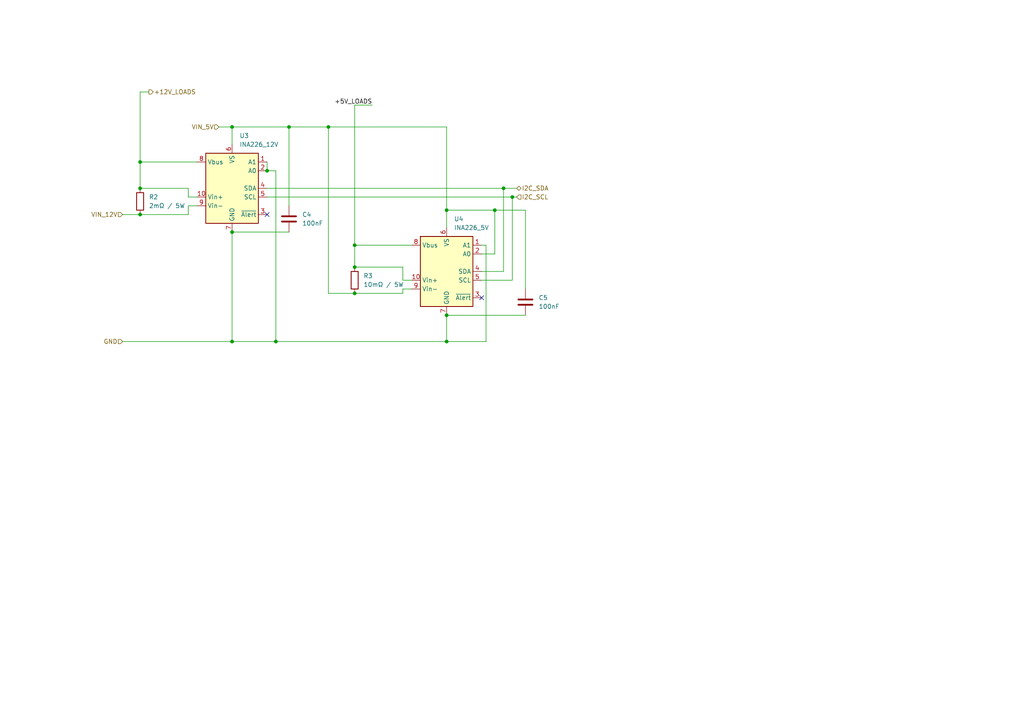
<source format=kicad_sch>
(kicad_sch (version 20250114) (generator "eeschema") (generator_version "9.0")
  (paper "A4")
  (title_block (title "Van Onboard Computer") (date "2025-11-30") (rev "1.0"))
  (lib_symbols
    (symbol "Device:C" (pin_numbers (hide yes)) (pin_names (offset 0.254))
      (property "Reference" "C" (at 0.635 2.54 0))
      (property "Value" "C" (at 0.635 -2.54 0))
      (symbol "C_0_1"
        (polyline (pts (xy -2.032 0.762) (xy 2.032 0.762)) (stroke (width 0.508)))
        (polyline (pts (xy -2.032 -0.762) (xy 2.032 -0.762)) (stroke (width 0.508)))
      )
      (symbol "C_1_1"
        (pin passive line (at 0 3.81 270) (length 2.794) (name "~") (number "1"))
        (pin passive line (at 0 -3.81 90) (length 2.794) (name "~") (number "2"))
      )
    )
    (symbol "Device:R" (pin_numbers (hide yes)) (pin_names (offset 0))
      (property "Reference" "R" (at 2.032 0 90))
      (property "Value" "R" (at 0 0 90))
      (symbol "R_0_1"
        (rectangle (start -1.016 -2.54) (end 1.016 2.54) (stroke (width 0.254)))
      )
      (symbol "R_1_1"
        (pin passive line (at 0 3.81 270) (length 1.27) (name "~") (number "1"))
        (pin passive line (at 0 -3.81 90) (length 1.27) (name "~") (number "2"))
      )
    )
    (symbol "Sensor_Energy:INA226"
      (property "Reference" "U" (at -6.35 11.43 0))
      (property "Value" "INA226" (at 3.81 11.43 0))
      (symbol "INA226_0_1"
        (rectangle (start 7.62 10.16) (end -7.62 -10.16) (stroke (width 0.254)) (fill (type background)))
      )
      (symbol "INA226_1_1"
        (pin input line (at -10.16 7.62 0) (length 2.54) (name "Vbus") (number "8"))
        (pin input line (at -10.16 -2.54 0) (length 2.54) (name "Vin+") (number "10"))
        (pin input line (at -10.16 -5.08 0) (length 2.54) (name "Vin-") (number "9"))
        (pin power_in line (at 0 12.7 270) (length 2.54) (name "VS") (number "6"))
        (pin power_in line (at 0 -12.7 90) (length 2.54) (name "GND") (number "7"))
        (pin input line (at 10.16 7.62 180) (length 2.54) (name "A1") (number "1"))
        (pin input line (at 10.16 5.08 180) (length 2.54) (name "A0") (number "2"))
        (pin bidirectional line (at 10.16 0 180) (length 2.54) (name "SDA") (number "4"))
        (pin input line (at 10.16 -2.54 180) (length 2.54) (name "SCL") (number "5"))
        (pin open_collector line (at 10.16 -7.62 180) (length 2.54) (name "~{Alert}") (number "3"))
      )
    )
  )
  (junction (at 80.01 99.06))
  (junction (at 95.25 36.83))
  (junction (at 40.64 54.61))
  (junction (at 67.31 67.31))
  (junction (at 143.51 60.96))
  (junction (at 67.31 36.83))
  (junction (at 129.54 91.44))
  (junction (at 148.59 57.15))
  (junction (at 129.54 99.06))
  (junction (at 83.82 36.83))
  (junction (at 77.47 49.53))
  (junction (at 102.87 71.12))
  (junction (at 146.05 54.61))
  (junction (at 102.87 85.09))
  (junction (at 40.64 46.99))
  (junction (at 67.31 99.06))
  (junction (at 40.64 62.23))
  (junction (at 102.87 77.47))
  (junction (at 129.54 60.96))
  (no_connect (at 77.47 62.23))
  (no_connect (at 139.7 86.36))
  (wire (pts (xy 152.4 83.82) (xy 152.4 60.96)))
  (wire (pts (xy 143.51 60.96) (xy 152.4 60.96)))
  (wire (pts (xy 143.51 60.96) (xy 129.54 60.96)))
  (wire (pts (xy 54.61 57.15) (xy 57.15 57.15)))
  (wire (pts (xy 146.05 54.61) (xy 146.05 78.74)))
  (wire (pts (xy 54.61 54.61) (xy 54.61 57.15)))
  (wire (pts (xy 140.97 99.06) (xy 140.97 71.12)))
  (wire (pts (xy 116.84 81.28) (xy 119.38 81.28)))
  (wire (pts (xy 67.31 99.06) (xy 35.56 99.06)))
  (wire (pts (xy 63.5 36.83) (xy 67.31 36.83)))
  (wire (pts (xy 129.54 60.96) (xy 129.54 36.83)))
  (wire (pts (xy 67.31 99.06) (xy 80.01 99.06)))
  (wire (pts (xy 116.84 85.09) (xy 116.84 83.82)))
  (wire (pts (xy 129.54 91.44) (xy 152.4 91.44)))
  (wire (pts (xy 80.01 49.53) (xy 80.01 99.06)))
  (wire (pts (xy 102.87 71.12) (xy 119.38 71.12)))
  (wire (pts (xy 83.82 36.83) (xy 83.82 59.69)))
  (wire (pts (xy 143.51 73.66) (xy 143.51 60.96)))
  (wire (pts (xy 140.97 71.12) (xy 139.7 71.12)))
  (wire (pts (xy 77.47 49.53) (xy 80.01 49.53)))
  (wire (pts (xy 80.01 99.06) (xy 129.54 99.06)))
  (wire (pts (xy 102.87 77.47) (xy 116.84 77.47)))
  (wire (pts (xy 148.59 81.28) (xy 139.7 81.28)))
  (wire (pts (xy 35.56 62.23) (xy 40.64 62.23)))
  (wire (pts (xy 77.47 57.15) (xy 148.59 57.15)))
  (wire (pts (xy 102.87 85.09) (xy 116.84 85.09)))
  (wire (pts (xy 40.64 26.67) (xy 43.18 26.67)))
  (wire (pts (xy 83.82 36.83) (xy 67.31 36.83)))
  (wire (pts (xy 129.54 99.06) (xy 140.97 99.06)))
  (wire (pts (xy 102.87 30.48) (xy 107.95 30.48)))
  (wire (pts (xy 77.47 54.61) (xy 146.05 54.61)))
  (wire (pts (xy 40.64 54.61) (xy 54.61 54.61)))
  (wire (pts (xy 116.84 83.82) (xy 119.38 83.82)))
  (wire (pts (xy 149.86 57.15) (xy 148.59 57.15)))
  (wire (pts (xy 77.47 46.99) (xy 77.47 49.53)))
  (wire (pts (xy 67.31 67.31) (xy 67.31 99.06)))
  (wire (pts (xy 95.25 36.83) (xy 129.54 36.83)))
  (wire (pts (xy 129.54 91.44) (xy 129.54 99.06)))
  (wire (pts (xy 83.82 36.83) (xy 95.25 36.83)))
  (wire (pts (xy 67.31 67.31) (xy 83.82 67.31)))
  (wire (pts (xy 40.64 54.61) (xy 40.64 46.99)))
  (wire (pts (xy 95.25 85.09) (xy 102.87 85.09)))
  (wire (pts (xy 54.61 59.69) (xy 57.15 59.69)))
  (wire (pts (xy 102.87 77.47) (xy 102.87 71.12)))
  (wire (pts (xy 102.87 71.12) (xy 102.87 30.48)))
  (wire (pts (xy 129.54 66.04) (xy 129.54 60.96)))
  (wire (pts (xy 146.05 78.74) (xy 139.7 78.74)))
  (wire (pts (xy 116.84 77.47) (xy 116.84 81.28)))
  (wire (pts (xy 146.05 54.61) (xy 149.86 54.61)))
  (wire (pts (xy 54.61 62.23) (xy 54.61 59.69)))
  (wire (pts (xy 95.25 36.83) (xy 95.25 85.09)))
  (wire (pts (xy 148.59 57.15) (xy 148.59 81.28)))
  (wire (pts (xy 139.7 73.66) (xy 143.51 73.66)))
  (wire (pts (xy 40.64 62.23) (xy 54.61 62.23)))
  (wire (pts (xy 67.31 36.83) (xy 67.31 41.91)))
  (wire (pts (xy 40.64 46.99) (xy 40.64 26.67)))
  (wire (pts (xy 40.64 46.99) (xy 57.15 46.99)))
  (label "+5V_LOADS" (at 107.95 30.48 180))
  (hierarchical_label "GND" (shape input) (at 35.56 99.06 180))
  (hierarchical_label "I2C_SCL" (shape input) (at 149.86 57.15 0))
  (hierarchical_label "VIN_12V" (shape input) (at 35.56 62.23 180))
  (hierarchical_label "+12V_LOADS" (shape output) (at 43.18 26.67 0))
  (hierarchical_label "I2C_SDA" (shape bidirectional) (at 149.86 54.61 0))
  (hierarchical_label "VIN_5V" (shape input) (at 63.5 36.83 180))
  (symbol (lib_id "Sensor_Energy:INA226") (at 129.54 78.74 0) (unit 1)
    (property "Reference" "U4" (at 131.6833 63.5 0) (effects (justify left)))
    (property "Value" "INA226_5V" (at 131.6833 66.04 0) (effects (justify left)))
    (property "Footprint" "Package_SO:VSSOP-10_3x3mm_P0.5mm" (effects (hide yes)))
    (property "Datasheet" "http://www.ti.com/lit/ds/symlink/ina226.pdf" (effects (hide yes)))
    (property "Description" "High-Side or Low-Side Measurement, Bi-Directional Current and Power Monitor (0-36V) with I2C Compatible Interface, VSSOP-10" (effects (hide yes)))
  )
  (symbol (lib_id "Sensor_Energy:INA226") (at 67.31 54.61 0) (unit 1)
    (property "Reference" "U3" (at 69.4533 39.37 0) (effects (justify left)))
    (property "Value" "INA226_12V" (at 69.4533 41.91 0) (effects (justify left)))
    (property "Footprint" "Package_SO:VSSOP-10_3x3mm_P0.5mm" (effects (hide yes)))
    (property "Datasheet" "http://www.ti.com/lit/ds/symlink/ina226.pdf" (effects (hide yes)))
    (property "Description" "High-Side or Low-Side Measurement, Bi-Directional Current and Power Monitor (0-36V) with I2C Compatible Interface, VSSOP-10" (effects (hide yes)))
  )
  (symbol (lib_id "Device:R") (at 102.87 81.28 0) (unit 1)
    (property "Reference" "R3" (at 105.41 80.0099 0) (effects (justify left)))
    (property "Value" "10mΩ / 5W" (at 105.41 82.5499 0) (effects (justify left)))
    (property "Description" "Resistor" (effects (hide yes)))
  )
  (symbol (lib_id "Device:R") (at 40.64 58.42 0) (unit 1)
    (property "Reference" "R2" (at 43.18 57.1499 0) (effects (justify left)))
    (property "Value" "2mΩ / 5W" (at 43.18 59.6899 0) (effects (justify left)))
    (property "Description" "Resistor" (effects (hide yes)))
  )
  (symbol (lib_id "Device:C") (at 152.4 87.63 0) (unit 1)
    (property "Reference" "C5" (at 156.21 86.3599 0) (effects (justify left)))
    (property "Value" "100nF" (at 156.21 88.8999 0) (effects (justify left)))
    (property "Description" "Unpolarized capacitor" (effects (hide yes)))
  )
  (symbol (lib_id "Device:C") (at 83.82 63.5 0) (unit 1)
    (property "Reference" "C4" (at 87.63 62.2299 0) (effects (justify left)))
    (property "Value" "100nF" (at 87.63 64.7699 0) (effects (justify left)))
    (property "Description" "Unpolarized capacitor" (effects (hide yes)))
  )
)
</source>
